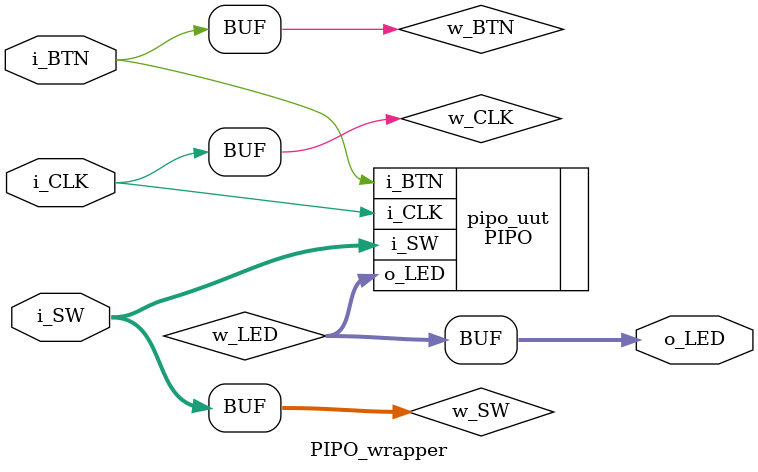
<source format=v>
`timescale 1ns / 1ps


module PIPO_wrapper(
    input i_CLK,
    input [7:0] i_SW,
    input i_BTN,
    output [7:0] o_LED
    );
    
    wire w_CLK;
    wire [7:0] w_SW;
    wire w_BTN;
    wire [7:0] w_LED;
    
    assign w_CLK = i_CLK;
    assign w_SW = i_SW;
    assign w_BTN = i_BTN;
    assign o_LED = w_LED;
    
    
    PIPO pipo_uut(
    .i_CLK(w_CLK),
    .i_SW(w_SW),
    .i_BTN(w_BTN),
    .o_LED(w_LED)
    );
endmodule

</source>
